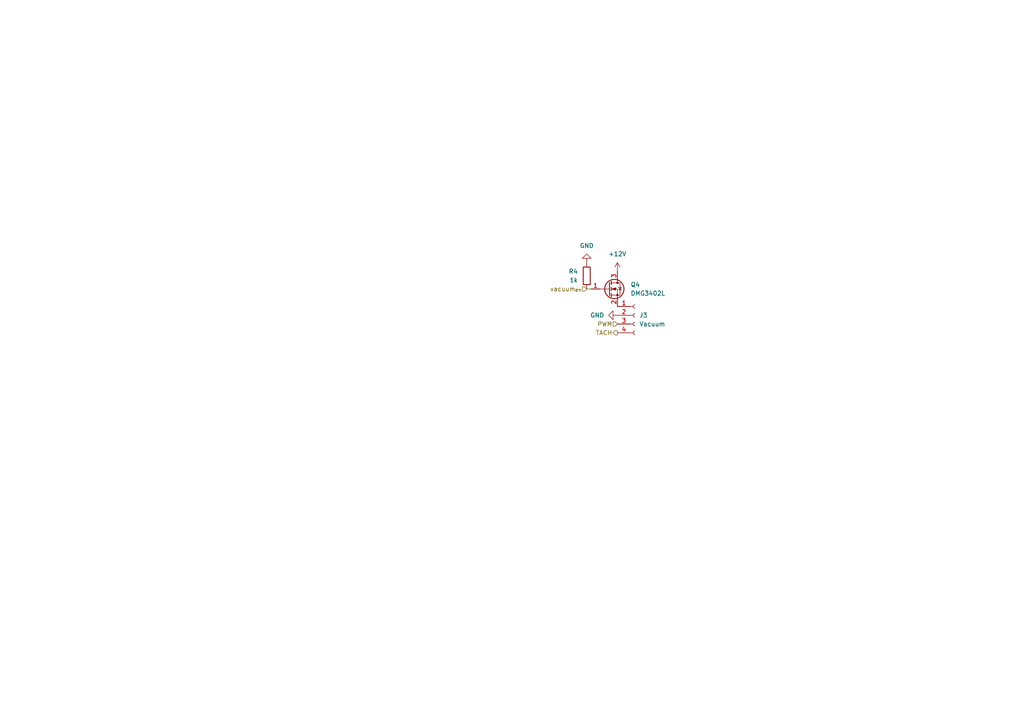
<source format=kicad_sch>
(kicad_sch (version 20231120) (generator "eeschema") (generator_version "8.0")
  (paper "A4")
  (title_block (title "DRV8212P Motor Driver Development Board") (date "2024-08-19") (rev "v0.2") (company "Karl Wünsche"))
  (lib_symbols
    (symbol "Connector:Conn_01x04_Socket" (pin_names (offset 1.016) hide)
      (property "Reference" "J" (at 0 5.08 0))
      (property "Value" "Conn_01x04_Socket" (at 0 -7.62 0))
      (symbol "Conn_01x04_Socket_1_1"
        (arc (start 0 -4.572) (mid -0.5058 -5.08) (end 0 -5.588) (stroke (width 0.1524)))
        (arc (start 0 -2.032) (mid -0.5058 -2.54) (end 0 -3.048) (stroke (width 0.1524)))
        (polyline (pts (xy -1.27 -5.08) (xy -0.508 -5.08)) (stroke (width 0.1524)))
        (polyline (pts (xy -1.27 -2.54) (xy -0.508 -2.54)) (stroke (width 0.1524)))
        (polyline (pts (xy -1.27 0) (xy -0.508 0)) (stroke (width 0.1524)))
        (polyline (pts (xy -1.27 2.54) (xy -0.508 2.54)) (stroke (width 0.1524)))
        (arc (start 0 0.508) (mid -0.5058 0) (end 0 -0.508) (stroke (width 0.1524)))
        (arc (start 0 3.048) (mid -0.5058 2.54) (end 0 2.032) (stroke (width 0.1524)))
        (pin passive line (at -5.08 2.54 0) (length 3.81) (name "Pin_1") (number "1"))
        (pin passive line (at -5.08 0 0) (length 3.81) (name "Pin_2") (number "2"))
        (pin passive line (at -5.08 -2.54 0) (length 3.81) (name "Pin_3") (number "3"))
        (pin passive line (at -5.08 -5.08 0) (length 3.81) (name "Pin_4") (number "4"))
      )
    )
    (symbol "Device:R" (pin_numbers hide) (pin_names (offset 0))
      (property "Reference" "R" (at 2.032 0 90))
      (property "Value" "R" (at 0 0 90))
      (symbol "R_0_1"
        (rectangle (start -1.016 -2.54) (end 1.016 2.54) (stroke (width 0.254)))
      )
      (symbol "R_1_1"
        (pin passive line (at 0 3.81 270) (length 1.27) (name "~") (number "1"))
        (pin passive line (at 0 -3.81 90) (length 1.27) (name "~") (number "2"))
      )
    )
    (symbol "Transistor_FET:DMG3402L" (pin_names hide)
      (property "Reference" "Q" (at 5.08 1.905 0))
      (property "Value" "DMG3402L" (at 5.08 0 0))
      (symbol "DMG3402L_0_1"
        (polyline (pts (xy 0.254 0) (xy -2.54 0)))
        (polyline (pts (xy 0.254 1.905) (xy 0.254 -1.905)) (stroke (width 0.254)))
        (polyline (pts (xy 0.762 -1.27) (xy 0.762 -2.286)) (stroke (width 0.254)))
        (polyline (pts (xy 0.762 0.508) (xy 0.762 -0.508)) (stroke (width 0.254)))
        (polyline (pts (xy 0.762 2.286) (xy 0.762 1.27)) (stroke (width 0.254)))
        (polyline (pts (xy 2.54 2.54) (xy 2.54 1.778)))
        (polyline (pts (xy 2.54 -2.54) (xy 2.54 0) (xy 0.762 0)))
        (polyline (pts (xy 0.762 -1.778) (xy 3.302 -1.778) (xy 3.302 1.778) (xy 0.762 1.778)))
        (polyline (pts (xy 1.016 0) (xy 2.032 0.381) (xy 2.032 -0.381) (xy 1.016 0)) (fill (type outline)))
        (polyline (pts (xy 2.794 0.508) (xy 2.921 0.381) (xy 3.683 0.381) (xy 3.81 0.254)))
        (polyline (pts (xy 3.302 0.381) (xy 2.921 -0.254) (xy 3.683 -0.254) (xy 3.302 0.381)))
        (circle (center 1.651 0) (radius 2.794) (stroke (width 0.254)))
        (circle (center 2.54 -1.778) (radius 0.254) (fill (type outline)))
        (circle (center 2.54 1.778) (radius 0.254) (fill (type outline)))
      )
      (symbol "DMG3402L_1_1"
        (pin input line (at -5.08 0 0) (length 2.54) (name "G") (number "1"))
        (pin passive line (at 2.54 -5.08 90) (length 2.54) (name "S") (number "2"))
        (pin passive line (at 2.54 5.08 270) (length 2.54) (name "D") (number "3"))
      )
    )
    (symbol "power:+12V" (power) (pin_numbers hide) (pin_names (offset 0) hide)
      (property "Value" "+12V" (at 0 3.556 0))
      (symbol "+12V_0_1"
        (polyline (pts (xy -0.762 1.27) (xy 0 2.54)))
        (polyline (pts (xy 0 0) (xy 0 2.54)))
        (polyline (pts (xy 0 2.54) (xy 0.762 1.27)))
      )
      (symbol "+12V_1_1"
        (pin power_in line (at 0 0 90) (length 0) (name "~") (number "1"))
      )
    )
    (symbol "power:GND" (power) (pin_numbers hide) (pin_names (offset 0) hide)
      (property "Value" "GND" (at 0 -3.81 0))
      (symbol "GND_0_1"
        (polyline (pts (xy 0 0) (xy 0 -1.27) (xy 1.27 -1.27) (xy 0 -2.54) (xy -1.27 -1.27) (xy 0 -1.27)))
      )
      (symbol "GND_1_1"
        (pin power_in line (at 0 0 270) (length 0) (name "~") (number "1"))
      )
    )
  )
  (wire (pts (xy 170.18 83.82) (xy 171.45 83.82)))
  (hierarchical_label "PWM" (shape input) (at 179.07 93.98 180))
  (hierarchical_label "vacuum_{en}" (shape input) (at 170.18 83.82 180))
  (hierarchical_label "TACH" (shape output) (at 179.07 96.52 180))
  (symbol (lib_id "power:+12V") (at 179.07 78.74 0) (unit 1)
    (property "Reference" "#PWR025" (effects (hide yes)))
    (property "Value" "+12V" (at 179.07 73.66 0))
    (property "Description" "Power symbol creates a global label with name \"+12V\"" (effects (hide yes)))
  )
  (symbol (lib_id "Transistor_FET:DMG3402L") (at 176.53 83.82 0) (unit 1)
    (property "Reference" "Q4" (at 182.88 82.5499 0) (effects (justify left)))
    (property "Value" "DMG3402L" (at 182.88 85.0899 0) (effects (justify left)))
    (property "Footprint" "Package_TO_SOT_SMD:SOT-23" (effects (hide yes)))
    (property "Datasheet" "http://www.diodes.com/assets/Datasheets/DMG3402L.pdf" (effects (hide yes)))
    (property "Description" "4A Id, 30V Vds, N-Channel MOSFET, SOT-23" (effects (hide yes)))
  )
  (symbol (lib_id "power:GND") (at 179.07 91.44 270) (unit 1)
    (property "Reference" "#PWR024" (effects (hide yes)))
    (property "Value" "GND" (at 175.26 91.4399 90) (effects (justify right)))
    (property "Description" "Power symbol creates a global label with name \"GND\" , ground" (effects (hide yes)))
  )
  (symbol (lib_id "Connector:Conn_01x04_Socket") (at 184.15 91.44 0) (unit 1)
    (property "Reference" "J3" (at 185.42 91.4399 0) (effects (justify left)))
    (property "Value" "Vacuum" (at 185.42 93.9799 0) (effects (justify left)))
    (property "Footprint" "Connector_JST:JST_PH_B4B-PH-K_1x04_P2.00mm_Vertical" (effects (hide yes)))
    (property "Description" "Generic connector, single row, 01x04, script generated" (effects (hide yes)))
  )
  (symbol (lib_id "power:GND") (at 170.18 76.2 180) (unit 1)
    (property "Reference" "#PWR026" (effects (hide yes)))
    (property "Value" "GND" (at 170.18 71.2656 0))
    (property "Description" "Power symbol creates a global label with name \"GND\" , ground" (effects (hide yes)))
  )
  (symbol (lib_id "Device:R") (at 170.18 80.01 0) (mirror x) (unit 1)
    (property "Reference" "R4" (at 167.64 78.7399 0) (effects (justify right)))
    (property "Value" "1k" (at 167.64 81.2799 0) (effects (justify right)))
    (property "Footprint" "Resistor_SMD:R_0603_1608Metric_Pad0.98x0.95mm_HandSolder" (effects (hide yes)))
    (property "Description" "Resistor" (effects (hide yes)))
  )
)
</source>
